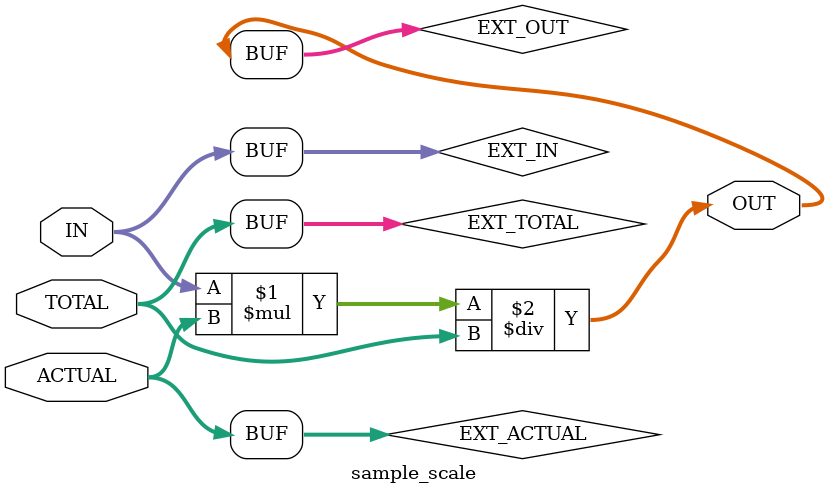
<source format=sv>
module sample_operations #(BITSA = 0, BITSB = 0) (
    input  logic signed [BITSA - 1 : 0]         A,
    input  logic signed [BITSB - 1 : 0]         B,
    input  logic        [3 : 0]                 OPERATION,
    output logic signed [BITSA + BITSB - 1 : 0] C
);
    logic signed [BITSA - 1 : 0] add_a, subtract_a, multiply_a, divide_a;
    logic signed [BITSB - 1 : 0] add_b, subtract_b, multiply_b, divide_b;
    logic signed [BITSA + BITSB - 1 : 0] add_c, subtract_c, multiply_c, divide_c;
    sample_add      #($bits(A), $bits(B)) addition       (.A(add_a),      .B(add_b),      .C(add_c));
    sample_subtract #($bits(A), $bits(B)) subtraction    (.A(subtract_a), .B(subtract_b), .C(subtract_c));
    sample_multiply #($bits(A), $bits(B)) multiplication (.A(multiply_a), .B(multiply_b), .C(multiply_c));
    sample_divide   #($bits(A), $bits(B)) division       (.A(divide_a),   .B(divide_b),   .C(divide_c));

    always_comb begin
        case (OPERATION)
            4'b00001 : begin
                // ADD
                add_a = A;
                add_b = B;
                C = add_c;
            end
            4'b00010 : begin
                // SUBTRACT
                subtract_a = A;
                subtract_b = B;
                C = subtract_c;
            end
            4'b00100 : begin
                // MULTIPLY
                multiply_a = A;
                multiply_b = B;
                C = multiply_c;
            end
            4'b01000 : begin
                // DIVIDE
                divide_a = A;
                divide_b = B;
                C = divide_c;
            end
        endcase
    end
endmodule

// A + B = C
module sample_add #(BITSA = 0, BITSB = 0) (
    input  logic signed [BITSA - 1 : 0] A,
    input  logic signed [BITSB - 1 : 0] B,
    output logic signed [BITSA + BITSB - 1 : 0] C
);
    logic signed [BITSA + BITSA - 1 : 0] EXT_A, EXT_B;
    assign EXT_A = { {BITSB{A[BITSA - 1]}} , A };
    assign EXT_B = { {BITSA{B[BITSB - 1]}} , B };
    assign C = EXT_A + EXT_B;
endmodule

// A - B = C
module sample_subtract #(BITSA = 0, BITSB = 0) (
    input  logic signed [BITSA - 1 : 0] A,
    input  logic signed [BITSB - 1 : 0] B,
    output logic signed [BITSA + BITSB - 1 : 0] C
);
    logic signed [BITSA + BITSA - 1 : 0] EXT_A, EXT_B;
    assign EXT_A = { {BITSB{A[BITSA - 1]}} , A };
    assign EXT_B = { {BITSA{B[BITSB - 1]}} , B };
    assign C = EXT_A - EXT_B;
endmodule

// A * B = C
module sample_multiply #(BITSA = 0, BITSB = 0) (
    input  logic signed [BITSA - 1 : 0] A,
    input  logic signed [BITSB - 1 : 0] B,
    output logic signed [BITSA + BITSB - 1 : 0] C
);
    logic signed [BITSA + BITSA - 1 : 0] EXT_A, EXT_B;
    assign EXT_A = { {BITSB{A[BITSA - 1]}} , A };
    assign EXT_B = { {BITSA{B[BITSB - 1]}} , B };
    assign C = EXT_A * EXT_B;
endmodule

// A / B = C
module sample_divide #(BITSA = 0, BITSB = 0) (
    input  logic signed [BITSA - 1 : 0] A,
    input  logic signed [BITSB - 1 : 0] B,
    output logic signed [BITSA + BITSB - 1 : 0] C
);
    logic signed [BITSA + BITSA - 1 : 0] EXT_A, EXT_B;
    assign EXT_A = { {BITSB{A[BITSA - 1]}} , A };
    assign EXT_B = { {BITSA{B[BITSB - 1]}} , B };
    assign C = EXT_A / EXT_B;
endmodule

// (IN * ACTUAL) / TOTAL = OUT
module sample_scale #(BITSACTUAL = 0, BITSTOTAL = 0, BITSIN = 0) (
    input  logic signed [BITSACTUAL - 1 : 0] ACTUAL,
    input  logic signed [BITSTOTAL - 1 : 0] TOTAL,
    input  logic signed [BITSIN - 1 : 0] IN,
    output logic signed [BITSIN - 1 : 0] OUT
);
    logic signed [(BITSACTUAL + BITSIN) - 1 : 0] EXT_ACTUAL, EXT_TOTAL, EXT_IN, EXT_OUT;
    assign EXT_ACTUAL = { {(BITSACTUAL + BITSIN) - BITSACTUAL{ACTUAL[BITSACTUAL - 1]}} , ACTUAL };
    assign EXT_TOTAL = { {(BITSACTUAL + BITSIN) - BITSTOTAL{TOTAL[BITSTOTAL - 1]}} , TOTAL };
    assign EXT_IN = { {(BITSACTUAL + BITSIN) - BITSIN{IN[BITSIN - 1]}} , IN };
    assign EXT_OUT = (EXT_IN * EXT_ACTUAL) / EXT_TOTAL;
    assign OUT = EXT_OUT[BITSIN - 1 : 0];
endmodule
</source>
